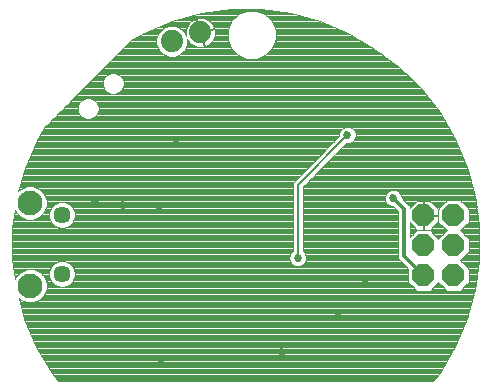
<source format=gbl>
G75*
%MOIN*%
%OFA0B0*%
%FSLAX25Y25*%
%IPPOS*%
%LPD*%
%AMOC8*
5,1,8,0,0,1.08239X$1,22.5*
%
%ADD10C,0.07400*%
%ADD11C,0.05709*%
%ADD12C,0.08268*%
%ADD13OC8,0.07400*%
%ADD14C,0.00394*%
%ADD15C,0.02700*%
%ADD16C,0.01200*%
%ADD17C,0.00600*%
D10*
X0059754Y0162983D03*
X0069312Y0165923D03*
D11*
X0023194Y0105144D03*
X0023194Y0085459D03*
D12*
X0012605Y0081524D03*
X0012559Y0109096D03*
D13*
X0143725Y0104976D03*
X0153725Y0104976D03*
X0153725Y0094976D03*
X0143725Y0094976D03*
X0143725Y0084976D03*
X0153725Y0084976D03*
D14*
X0021939Y0049720D02*
X0019837Y0052386D01*
X0014658Y0061146D01*
X0010695Y0070519D01*
X0008785Y0077523D01*
X0009472Y0076836D01*
X0011505Y0075994D01*
X0013705Y0075994D01*
X0015738Y0076836D01*
X0017294Y0078391D01*
X0018136Y0080424D01*
X0018136Y0082624D01*
X0017294Y0084657D01*
X0015738Y0086213D01*
X0013705Y0087055D01*
X0011505Y0087055D01*
X0009472Y0086213D01*
X0007916Y0084657D01*
X0007557Y0083790D01*
X0006673Y0090425D01*
X0006687Y0100601D01*
X0007529Y0106788D01*
X0007870Y0105963D01*
X0009426Y0104407D01*
X0011459Y0103565D01*
X0013659Y0103565D01*
X0015692Y0104407D01*
X0017248Y0105963D01*
X0018090Y0107995D01*
X0018090Y0110196D01*
X0017248Y0112228D01*
X0015692Y0113784D01*
X0013659Y0114626D01*
X0011459Y0114626D01*
X0009426Y0113784D01*
X0008718Y0113076D01*
X0010763Y0120496D01*
X0014752Y0129858D01*
X0017106Y0134135D01*
X0046261Y0163290D01*
X0050489Y0165639D01*
X0059746Y0169616D01*
X0069455Y0172309D01*
X0079439Y0173668D01*
X0089515Y0173668D01*
X0099499Y0172309D01*
X0109208Y0169616D01*
X0118466Y0165639D01*
X0122242Y0163540D01*
X0122243Y0163538D01*
X0122900Y0163173D01*
X0123544Y0162786D01*
X0123547Y0162787D01*
X0127318Y0160530D01*
X0135523Y0154431D01*
X0142846Y0147297D01*
X0149158Y0139254D01*
X0154347Y0130445D01*
X0158321Y0121025D01*
X0161011Y0111161D01*
X0162367Y0101028D01*
X0162367Y0090804D01*
X0161011Y0080671D01*
X0158321Y0070807D01*
X0154347Y0061387D01*
X0149158Y0052578D01*
X0146957Y0049774D01*
X0021939Y0049720D01*
X0021763Y0049943D02*
X0147090Y0049943D01*
X0147398Y0050335D02*
X0021454Y0050335D01*
X0021145Y0050727D02*
X0147706Y0050727D01*
X0148014Y0051120D02*
X0020835Y0051120D01*
X0020526Y0051512D02*
X0148322Y0051512D01*
X0148629Y0051904D02*
X0020217Y0051904D01*
X0019908Y0052296D02*
X0148937Y0052296D01*
X0149223Y0052689D02*
X0019658Y0052689D01*
X0019426Y0053081D02*
X0149454Y0053081D01*
X0149685Y0053473D02*
X0019194Y0053473D01*
X0018963Y0053865D02*
X0149916Y0053865D01*
X0150148Y0054257D02*
X0018731Y0054257D01*
X0018499Y0054650D02*
X0150379Y0054650D01*
X0150610Y0055042D02*
X0018267Y0055042D01*
X0018035Y0055434D02*
X0150841Y0055434D01*
X0151072Y0055826D02*
X0017803Y0055826D01*
X0017572Y0056218D02*
X0151303Y0056218D01*
X0151534Y0056611D02*
X0017340Y0056611D01*
X0017108Y0057003D02*
X0151765Y0057003D01*
X0151996Y0057395D02*
X0016876Y0057395D01*
X0016644Y0057787D02*
X0152227Y0057787D01*
X0152458Y0058179D02*
X0016412Y0058179D01*
X0016180Y0058572D02*
X0152689Y0058572D01*
X0152920Y0058964D02*
X0015949Y0058964D01*
X0015717Y0059356D02*
X0153151Y0059356D01*
X0153382Y0059748D02*
X0015485Y0059748D01*
X0015253Y0060141D02*
X0153613Y0060141D01*
X0153844Y0060533D02*
X0015021Y0060533D01*
X0014789Y0060925D02*
X0154075Y0060925D01*
X0154306Y0061317D02*
X0014586Y0061317D01*
X0014420Y0061709D02*
X0154483Y0061709D01*
X0154649Y0062102D02*
X0014255Y0062102D01*
X0014089Y0062494D02*
X0154814Y0062494D01*
X0154980Y0062886D02*
X0013923Y0062886D01*
X0013757Y0063278D02*
X0155145Y0063278D01*
X0155311Y0063670D02*
X0013591Y0063670D01*
X0013425Y0064063D02*
X0155476Y0064063D01*
X0155642Y0064455D02*
X0013259Y0064455D01*
X0013094Y0064847D02*
X0155807Y0064847D01*
X0155972Y0065239D02*
X0012928Y0065239D01*
X0012762Y0065632D02*
X0156138Y0065632D01*
X0156303Y0066024D02*
X0012596Y0066024D01*
X0012430Y0066416D02*
X0156469Y0066416D01*
X0156634Y0066808D02*
X0012264Y0066808D01*
X0012098Y0067200D02*
X0156800Y0067200D01*
X0156965Y0067593D02*
X0011933Y0067593D01*
X0011767Y0067985D02*
X0157131Y0067985D01*
X0157296Y0068377D02*
X0011601Y0068377D01*
X0011435Y0068769D02*
X0157462Y0068769D01*
X0157627Y0069161D02*
X0011269Y0069161D01*
X0011103Y0069554D02*
X0157793Y0069554D01*
X0157958Y0069946D02*
X0010937Y0069946D01*
X0010772Y0070338D02*
X0158124Y0070338D01*
X0158289Y0070730D02*
X0010637Y0070730D01*
X0010530Y0071122D02*
X0158408Y0071122D01*
X0158514Y0071515D02*
X0010423Y0071515D01*
X0010317Y0071907D02*
X0158621Y0071907D01*
X0158728Y0072299D02*
X0010210Y0072299D01*
X0010103Y0072691D02*
X0158835Y0072691D01*
X0158942Y0073084D02*
X0009996Y0073084D01*
X0009889Y0073476D02*
X0159049Y0073476D01*
X0159156Y0073868D02*
X0009782Y0073868D01*
X0009675Y0074260D02*
X0159263Y0074260D01*
X0159370Y0074652D02*
X0009568Y0074652D01*
X0009461Y0075045D02*
X0159477Y0075045D01*
X0159584Y0075437D02*
X0009354Y0075437D01*
X0009247Y0075829D02*
X0159691Y0075829D01*
X0159798Y0076221D02*
X0014255Y0076221D01*
X0015202Y0076613D02*
X0159905Y0076613D01*
X0160011Y0077006D02*
X0015908Y0077006D01*
X0016300Y0077398D02*
X0160118Y0077398D01*
X0160225Y0077790D02*
X0016693Y0077790D01*
X0017085Y0078182D02*
X0160332Y0078182D01*
X0160439Y0078575D02*
X0017370Y0078575D01*
X0017532Y0078967D02*
X0160546Y0078967D01*
X0160653Y0079359D02*
X0017695Y0079359D01*
X0017857Y0079751D02*
X0160760Y0079751D01*
X0160867Y0080143D02*
X0156101Y0080143D01*
X0155837Y0079879D02*
X0158822Y0082865D01*
X0158822Y0087087D01*
X0155933Y0089976D01*
X0158822Y0092865D01*
X0158822Y0097087D01*
X0155933Y0099976D01*
X0158822Y0102865D01*
X0158822Y0107087D01*
X0155837Y0110073D01*
X0151614Y0110073D01*
X0148629Y0107087D01*
X0148629Y0102865D01*
X0151517Y0099976D01*
X0148725Y0097184D01*
X0145837Y0100073D01*
X0141614Y0100073D01*
X0139131Y0097590D01*
X0139131Y0102645D01*
X0141697Y0100079D01*
X0143529Y0100079D01*
X0143529Y0104779D01*
X0143922Y0104779D01*
X0143922Y0100079D01*
X0145754Y0100079D01*
X0148622Y0102948D01*
X0148622Y0104779D01*
X0143922Y0104779D01*
X0143922Y0105173D01*
X0143529Y0105173D01*
X0143529Y0109873D01*
X0141697Y0109873D01*
X0139131Y0107308D01*
X0139131Y0108062D01*
X0137962Y0109232D01*
X0136437Y0110757D01*
X0136437Y0111226D01*
X0136018Y0112236D01*
X0135246Y0113008D01*
X0134236Y0113427D01*
X0133143Y0113427D01*
X0132134Y0113008D01*
X0131361Y0112236D01*
X0130943Y0111226D01*
X0130943Y0110133D01*
X0131361Y0109124D01*
X0132134Y0108351D01*
X0133143Y0107933D01*
X0133613Y0107933D01*
X0135138Y0106408D01*
X0135138Y0090660D01*
X0138669Y0087128D01*
X0138629Y0087087D01*
X0138629Y0082865D01*
X0141614Y0079879D01*
X0145837Y0079879D01*
X0148725Y0082768D01*
X0151614Y0079879D01*
X0155837Y0079879D01*
X0156493Y0080536D02*
X0160974Y0080536D01*
X0161045Y0080928D02*
X0156885Y0080928D01*
X0157277Y0081320D02*
X0161098Y0081320D01*
X0161150Y0081712D02*
X0157669Y0081712D01*
X0158062Y0082104D02*
X0161203Y0082104D01*
X0161255Y0082497D02*
X0158454Y0082497D01*
X0158822Y0082889D02*
X0161308Y0082889D01*
X0161360Y0083281D02*
X0158822Y0083281D01*
X0158822Y0083673D02*
X0161413Y0083673D01*
X0161465Y0084065D02*
X0158822Y0084065D01*
X0158822Y0084458D02*
X0161518Y0084458D01*
X0161570Y0084850D02*
X0158822Y0084850D01*
X0158822Y0085242D02*
X0161623Y0085242D01*
X0161675Y0085634D02*
X0158822Y0085634D01*
X0158822Y0086027D02*
X0161728Y0086027D01*
X0161780Y0086419D02*
X0158822Y0086419D01*
X0158822Y0086811D02*
X0161833Y0086811D01*
X0161885Y0087203D02*
X0158707Y0087203D01*
X0158314Y0087595D02*
X0161938Y0087595D01*
X0161990Y0087988D02*
X0157922Y0087988D01*
X0157530Y0088380D02*
X0162043Y0088380D01*
X0162095Y0088772D02*
X0157138Y0088772D01*
X0156746Y0089164D02*
X0162148Y0089164D01*
X0162200Y0089556D02*
X0156353Y0089556D01*
X0155961Y0089949D02*
X0162253Y0089949D01*
X0162305Y0090341D02*
X0156298Y0090341D01*
X0156690Y0090733D02*
X0162358Y0090733D01*
X0162367Y0091125D02*
X0157082Y0091125D01*
X0157475Y0091518D02*
X0162367Y0091518D01*
X0162367Y0091910D02*
X0157867Y0091910D01*
X0158259Y0092302D02*
X0162367Y0092302D01*
X0162367Y0092694D02*
X0158651Y0092694D01*
X0158822Y0093086D02*
X0162367Y0093086D01*
X0162367Y0093479D02*
X0158822Y0093479D01*
X0158822Y0093871D02*
X0162367Y0093871D01*
X0162367Y0094263D02*
X0158822Y0094263D01*
X0158822Y0094655D02*
X0162367Y0094655D01*
X0162367Y0095047D02*
X0158822Y0095047D01*
X0158822Y0095440D02*
X0162367Y0095440D01*
X0162367Y0095832D02*
X0158822Y0095832D01*
X0158822Y0096224D02*
X0162367Y0096224D01*
X0162367Y0096616D02*
X0158822Y0096616D01*
X0158822Y0097008D02*
X0162367Y0097008D01*
X0162367Y0097401D02*
X0158509Y0097401D01*
X0158117Y0097793D02*
X0162367Y0097793D01*
X0162367Y0098185D02*
X0157725Y0098185D01*
X0157332Y0098577D02*
X0162367Y0098577D01*
X0162367Y0098970D02*
X0156940Y0098970D01*
X0156548Y0099362D02*
X0162367Y0099362D01*
X0162367Y0099754D02*
X0156156Y0099754D01*
X0156103Y0100146D02*
X0162367Y0100146D01*
X0162367Y0100538D02*
X0156496Y0100538D01*
X0156888Y0100931D02*
X0162367Y0100931D01*
X0162328Y0101323D02*
X0157280Y0101323D01*
X0157672Y0101715D02*
X0162275Y0101715D01*
X0162223Y0102107D02*
X0158064Y0102107D01*
X0158457Y0102499D02*
X0162170Y0102499D01*
X0162118Y0102892D02*
X0158822Y0102892D01*
X0158822Y0103284D02*
X0162065Y0103284D01*
X0162013Y0103676D02*
X0158822Y0103676D01*
X0158822Y0104068D02*
X0161960Y0104068D01*
X0161908Y0104461D02*
X0158822Y0104461D01*
X0158822Y0104853D02*
X0161855Y0104853D01*
X0161803Y0105245D02*
X0158822Y0105245D01*
X0158822Y0105637D02*
X0161750Y0105637D01*
X0161698Y0106029D02*
X0158822Y0106029D01*
X0158822Y0106422D02*
X0161645Y0106422D01*
X0161593Y0106814D02*
X0158822Y0106814D01*
X0158704Y0107206D02*
X0161540Y0107206D01*
X0161488Y0107598D02*
X0158312Y0107598D01*
X0157919Y0107990D02*
X0161435Y0107990D01*
X0161383Y0108383D02*
X0157527Y0108383D01*
X0157135Y0108775D02*
X0161330Y0108775D01*
X0161278Y0109167D02*
X0156743Y0109167D01*
X0156351Y0109559D02*
X0161225Y0109559D01*
X0161173Y0109951D02*
X0155958Y0109951D01*
X0160485Y0113089D02*
X0135051Y0113089D01*
X0135557Y0112697D02*
X0160592Y0112697D01*
X0160699Y0112305D02*
X0135949Y0112305D01*
X0136152Y0111913D02*
X0160806Y0111913D01*
X0160913Y0111520D02*
X0136315Y0111520D01*
X0136437Y0111128D02*
X0161015Y0111128D01*
X0161068Y0110736D02*
X0136458Y0110736D01*
X0136850Y0110344D02*
X0161120Y0110344D01*
X0160378Y0113481D02*
X0103497Y0113481D01*
X0103497Y0113089D02*
X0132329Y0113089D01*
X0131822Y0112697D02*
X0103497Y0112697D01*
X0103497Y0112305D02*
X0131430Y0112305D01*
X0131227Y0111913D02*
X0103497Y0111913D01*
X0103497Y0111520D02*
X0131065Y0111520D01*
X0130943Y0111128D02*
X0103497Y0111128D01*
X0103497Y0110736D02*
X0130943Y0110736D01*
X0130943Y0110344D02*
X0103497Y0110344D01*
X0103497Y0109951D02*
X0131018Y0109951D01*
X0131181Y0109559D02*
X0103497Y0109559D01*
X0103497Y0109167D02*
X0131343Y0109167D01*
X0131710Y0108775D02*
X0103497Y0108775D01*
X0103497Y0108383D02*
X0132102Y0108383D01*
X0133005Y0107990D02*
X0103497Y0107990D01*
X0103497Y0107598D02*
X0133947Y0107598D01*
X0134340Y0107206D02*
X0103497Y0107206D01*
X0103497Y0106814D02*
X0134732Y0106814D01*
X0135124Y0106422D02*
X0103497Y0106422D01*
X0103497Y0106029D02*
X0135138Y0106029D01*
X0135138Y0105637D02*
X0103497Y0105637D01*
X0103497Y0105245D02*
X0135138Y0105245D01*
X0135138Y0104853D02*
X0103497Y0104853D01*
X0103497Y0104461D02*
X0135138Y0104461D01*
X0135138Y0104068D02*
X0103497Y0104068D01*
X0103497Y0103676D02*
X0135138Y0103676D01*
X0135138Y0103284D02*
X0103497Y0103284D01*
X0103497Y0102892D02*
X0135138Y0102892D01*
X0135138Y0102499D02*
X0103497Y0102499D01*
X0103497Y0102107D02*
X0135138Y0102107D01*
X0135138Y0101715D02*
X0103497Y0101715D01*
X0103497Y0101323D02*
X0135138Y0101323D01*
X0135138Y0100931D02*
X0103497Y0100931D01*
X0103497Y0100538D02*
X0135138Y0100538D01*
X0135138Y0100146D02*
X0103497Y0100146D01*
X0103497Y0099754D02*
X0135138Y0099754D01*
X0135138Y0099362D02*
X0103497Y0099362D01*
X0103497Y0098970D02*
X0135138Y0098970D01*
X0135138Y0098577D02*
X0103497Y0098577D01*
X0103497Y0098185D02*
X0135138Y0098185D01*
X0135138Y0097793D02*
X0103497Y0097793D01*
X0103497Y0097401D02*
X0135138Y0097401D01*
X0135138Y0097008D02*
X0103497Y0097008D01*
X0103497Y0096616D02*
X0135138Y0096616D01*
X0135138Y0096224D02*
X0103497Y0096224D01*
X0103497Y0095832D02*
X0135138Y0095832D01*
X0135138Y0095440D02*
X0103497Y0095440D01*
X0103497Y0095047D02*
X0135138Y0095047D01*
X0135138Y0094655D02*
X0103497Y0094655D01*
X0103497Y0094263D02*
X0135138Y0094263D01*
X0135138Y0093871D02*
X0103497Y0093871D01*
X0103497Y0093479D02*
X0135138Y0093479D01*
X0135138Y0093086D02*
X0103497Y0093086D01*
X0103497Y0092986D02*
X0103497Y0114504D01*
X0117988Y0128996D01*
X0118882Y0128996D01*
X0119891Y0129414D01*
X0120664Y0130187D01*
X0121082Y0131196D01*
X0121082Y0132289D01*
X0120664Y0133299D01*
X0119891Y0134071D01*
X0118882Y0134490D01*
X0117789Y0134490D01*
X0116779Y0134071D01*
X0116007Y0133299D01*
X0115589Y0132289D01*
X0115589Y0131396D01*
X0100103Y0115910D01*
X0100103Y0092986D01*
X0099471Y0092354D01*
X0099053Y0091344D01*
X0099053Y0090252D01*
X0099471Y0089242D01*
X0100244Y0088469D01*
X0101254Y0088051D01*
X0102346Y0088051D01*
X0103356Y0088469D01*
X0104129Y0089242D01*
X0104547Y0090252D01*
X0104547Y0091344D01*
X0104129Y0092354D01*
X0103497Y0092986D01*
X0103788Y0092694D02*
X0135138Y0092694D01*
X0135138Y0092302D02*
X0104150Y0092302D01*
X0104313Y0091910D02*
X0135138Y0091910D01*
X0135138Y0091518D02*
X0104475Y0091518D01*
X0104547Y0091125D02*
X0135138Y0091125D01*
X0135138Y0090733D02*
X0104547Y0090733D01*
X0104547Y0090341D02*
X0135457Y0090341D01*
X0135849Y0089949D02*
X0104421Y0089949D01*
X0104259Y0089556D02*
X0136241Y0089556D01*
X0136633Y0089164D02*
X0104051Y0089164D01*
X0103659Y0088772D02*
X0137026Y0088772D01*
X0137418Y0088380D02*
X0103140Y0088380D01*
X0100460Y0088380D02*
X0026285Y0088380D01*
X0025893Y0088772D02*
X0099941Y0088772D01*
X0099549Y0089164D02*
X0025357Y0089164D01*
X0025602Y0089063D02*
X0024040Y0089710D01*
X0022349Y0089710D01*
X0020786Y0089063D01*
X0019590Y0087867D01*
X0018943Y0086304D01*
X0018943Y0084613D01*
X0019590Y0083050D01*
X0020786Y0081855D01*
X0022349Y0081207D01*
X0024040Y0081207D01*
X0025602Y0081855D01*
X0026798Y0083050D01*
X0027445Y0084613D01*
X0027445Y0086304D01*
X0026798Y0087867D01*
X0025602Y0089063D01*
X0024410Y0089556D02*
X0099341Y0089556D01*
X0099179Y0089949D02*
X0006737Y0089949D01*
X0006685Y0090341D02*
X0099053Y0090341D01*
X0099053Y0090733D02*
X0006674Y0090733D01*
X0006674Y0091125D02*
X0099053Y0091125D01*
X0099125Y0091518D02*
X0006675Y0091518D01*
X0006675Y0091910D02*
X0099287Y0091910D01*
X0099450Y0092302D02*
X0006676Y0092302D01*
X0006676Y0092694D02*
X0099812Y0092694D01*
X0100103Y0093086D02*
X0006677Y0093086D01*
X0006678Y0093479D02*
X0100103Y0093479D01*
X0100103Y0093871D02*
X0006678Y0093871D01*
X0006679Y0094263D02*
X0100103Y0094263D01*
X0100103Y0094655D02*
X0006679Y0094655D01*
X0006680Y0095047D02*
X0100103Y0095047D01*
X0100103Y0095440D02*
X0006680Y0095440D01*
X0006681Y0095832D02*
X0100103Y0095832D01*
X0100103Y0096224D02*
X0006681Y0096224D01*
X0006682Y0096616D02*
X0100103Y0096616D01*
X0100103Y0097008D02*
X0006682Y0097008D01*
X0006683Y0097401D02*
X0100103Y0097401D01*
X0100103Y0097793D02*
X0006683Y0097793D01*
X0006684Y0098185D02*
X0100103Y0098185D01*
X0100103Y0098577D02*
X0006685Y0098577D01*
X0006685Y0098970D02*
X0100103Y0098970D01*
X0100103Y0099362D02*
X0006686Y0099362D01*
X0006686Y0099754D02*
X0100103Y0099754D01*
X0100103Y0100146D02*
X0006687Y0100146D01*
X0006687Y0100538D02*
X0100103Y0100538D01*
X0100103Y0100931D02*
X0024132Y0100931D01*
X0024040Y0100892D02*
X0025602Y0101540D01*
X0026798Y0102736D01*
X0027445Y0104298D01*
X0027445Y0105989D01*
X0026798Y0107552D01*
X0025602Y0108748D01*
X0024040Y0109395D01*
X0022349Y0109395D01*
X0020786Y0108748D01*
X0019590Y0107552D01*
X0018943Y0105989D01*
X0018943Y0104298D01*
X0019590Y0102736D01*
X0020786Y0101540D01*
X0022349Y0100892D01*
X0024040Y0100892D01*
X0025079Y0101323D02*
X0100103Y0101323D01*
X0100103Y0101715D02*
X0025778Y0101715D01*
X0026170Y0102107D02*
X0100103Y0102107D01*
X0100103Y0102499D02*
X0026562Y0102499D01*
X0026863Y0102892D02*
X0100103Y0102892D01*
X0100103Y0103284D02*
X0027025Y0103284D01*
X0027188Y0103676D02*
X0100103Y0103676D01*
X0100103Y0104068D02*
X0027350Y0104068D01*
X0027445Y0104461D02*
X0100103Y0104461D01*
X0100103Y0104853D02*
X0027445Y0104853D01*
X0027445Y0105245D02*
X0100103Y0105245D01*
X0100103Y0105637D02*
X0027445Y0105637D01*
X0027429Y0106029D02*
X0100103Y0106029D01*
X0100103Y0106422D02*
X0027266Y0106422D01*
X0027104Y0106814D02*
X0100103Y0106814D01*
X0100103Y0107206D02*
X0026941Y0107206D01*
X0026752Y0107598D02*
X0100103Y0107598D01*
X0100103Y0107990D02*
X0026359Y0107990D01*
X0025967Y0108383D02*
X0100103Y0108383D01*
X0100103Y0108775D02*
X0025536Y0108775D01*
X0024590Y0109167D02*
X0100103Y0109167D01*
X0100103Y0109559D02*
X0018090Y0109559D01*
X0018090Y0109167D02*
X0021799Y0109167D01*
X0020852Y0108775D02*
X0018090Y0108775D01*
X0018090Y0108383D02*
X0020421Y0108383D01*
X0020029Y0107990D02*
X0018088Y0107990D01*
X0017925Y0107598D02*
X0019637Y0107598D01*
X0019447Y0107206D02*
X0017763Y0107206D01*
X0017600Y0106814D02*
X0019285Y0106814D01*
X0019122Y0106422D02*
X0017438Y0106422D01*
X0017275Y0106029D02*
X0018960Y0106029D01*
X0018943Y0105637D02*
X0016922Y0105637D01*
X0016530Y0105245D02*
X0018943Y0105245D01*
X0018943Y0104853D02*
X0016138Y0104853D01*
X0015746Y0104461D02*
X0018943Y0104461D01*
X0019038Y0104068D02*
X0014875Y0104068D01*
X0013928Y0103676D02*
X0019201Y0103676D01*
X0019363Y0103284D02*
X0007052Y0103284D01*
X0007105Y0103676D02*
X0011190Y0103676D01*
X0010243Y0104068D02*
X0007159Y0104068D01*
X0007212Y0104461D02*
X0009373Y0104461D01*
X0008980Y0104853D02*
X0007265Y0104853D01*
X0007319Y0105245D02*
X0008588Y0105245D01*
X0008196Y0105637D02*
X0007372Y0105637D01*
X0007425Y0106029D02*
X0007843Y0106029D01*
X0007680Y0106422D02*
X0007479Y0106422D01*
X0006999Y0102892D02*
X0019526Y0102892D01*
X0019826Y0102499D02*
X0006945Y0102499D01*
X0006892Y0102107D02*
X0020218Y0102107D01*
X0020611Y0101715D02*
X0006839Y0101715D01*
X0006785Y0101323D02*
X0021310Y0101323D01*
X0022256Y0100931D02*
X0006732Y0100931D01*
X0008721Y0113089D02*
X0008731Y0113089D01*
X0008830Y0113481D02*
X0009123Y0113481D01*
X0008938Y0113874D02*
X0009642Y0113874D01*
X0009046Y0114266D02*
X0010589Y0114266D01*
X0009154Y0114658D02*
X0100103Y0114658D01*
X0100103Y0114266D02*
X0014529Y0114266D01*
X0015476Y0113874D02*
X0100103Y0113874D01*
X0100103Y0113481D02*
X0015995Y0113481D01*
X0016387Y0113089D02*
X0100103Y0113089D01*
X0100103Y0112697D02*
X0016779Y0112697D01*
X0017171Y0112305D02*
X0100103Y0112305D01*
X0100103Y0111913D02*
X0017379Y0111913D01*
X0017541Y0111520D02*
X0100103Y0111520D01*
X0100103Y0111128D02*
X0017704Y0111128D01*
X0017866Y0110736D02*
X0100103Y0110736D01*
X0100103Y0110344D02*
X0018029Y0110344D01*
X0018090Y0109951D02*
X0100103Y0109951D01*
X0100103Y0115050D02*
X0009262Y0115050D01*
X0009370Y0115442D02*
X0100103Y0115442D01*
X0100103Y0115835D02*
X0009478Y0115835D01*
X0009586Y0116227D02*
X0100420Y0116227D01*
X0100812Y0116619D02*
X0009694Y0116619D01*
X0009803Y0117011D02*
X0101204Y0117011D01*
X0101596Y0117404D02*
X0009911Y0117404D01*
X0010019Y0117796D02*
X0101989Y0117796D01*
X0102381Y0118188D02*
X0010127Y0118188D01*
X0010235Y0118580D02*
X0102773Y0118580D01*
X0103165Y0118972D02*
X0010343Y0118972D01*
X0010451Y0119365D02*
X0103558Y0119365D01*
X0103950Y0119757D02*
X0010559Y0119757D01*
X0010668Y0120149D02*
X0104342Y0120149D01*
X0104734Y0120541D02*
X0010783Y0120541D01*
X0010950Y0120933D02*
X0105126Y0120933D01*
X0105519Y0121326D02*
X0011117Y0121326D01*
X0011284Y0121718D02*
X0105911Y0121718D01*
X0106303Y0122110D02*
X0011451Y0122110D01*
X0011618Y0122502D02*
X0106695Y0122502D01*
X0107087Y0122894D02*
X0011785Y0122894D01*
X0011952Y0123287D02*
X0107480Y0123287D01*
X0107872Y0123679D02*
X0012119Y0123679D01*
X0012287Y0124071D02*
X0108264Y0124071D01*
X0108656Y0124463D02*
X0012454Y0124463D01*
X0012621Y0124856D02*
X0109048Y0124856D01*
X0109441Y0125248D02*
X0012788Y0125248D01*
X0012955Y0125640D02*
X0109833Y0125640D01*
X0110225Y0126032D02*
X0013122Y0126032D01*
X0013289Y0126424D02*
X0110617Y0126424D01*
X0111010Y0126817D02*
X0013456Y0126817D01*
X0013623Y0127209D02*
X0111402Y0127209D01*
X0111794Y0127601D02*
X0013791Y0127601D01*
X0013958Y0127993D02*
X0112186Y0127993D01*
X0112578Y0128385D02*
X0014125Y0128385D01*
X0014292Y0128778D02*
X0112971Y0128778D01*
X0113363Y0129170D02*
X0014459Y0129170D01*
X0014626Y0129562D02*
X0113755Y0129562D01*
X0114147Y0129954D02*
X0014805Y0129954D01*
X0015021Y0130347D02*
X0114539Y0130347D01*
X0114932Y0130739D02*
X0015237Y0130739D01*
X0015453Y0131131D02*
X0115324Y0131131D01*
X0115589Y0131523D02*
X0015669Y0131523D01*
X0015885Y0131915D02*
X0115589Y0131915D01*
X0115596Y0132308D02*
X0016101Y0132308D01*
X0016316Y0132700D02*
X0115759Y0132700D01*
X0115921Y0133092D02*
X0016532Y0133092D01*
X0016748Y0133484D02*
X0116192Y0133484D01*
X0116584Y0133876D02*
X0016964Y0133876D01*
X0017240Y0134269D02*
X0117256Y0134269D01*
X0119415Y0134269D02*
X0152095Y0134269D01*
X0151864Y0134661D02*
X0017632Y0134661D01*
X0018025Y0135053D02*
X0151633Y0135053D01*
X0151402Y0135445D02*
X0018417Y0135445D01*
X0018809Y0135837D02*
X0151171Y0135837D01*
X0150940Y0136230D02*
X0019201Y0136230D01*
X0019593Y0136622D02*
X0150709Y0136622D01*
X0150478Y0137014D02*
X0019986Y0137014D01*
X0020378Y0137406D02*
X0030553Y0137406D01*
X0029975Y0137646D02*
X0031250Y0137117D01*
X0032630Y0137117D01*
X0033905Y0137646D01*
X0034881Y0138621D01*
X0035409Y0139896D01*
X0035409Y0141276D01*
X0034881Y0142551D01*
X0033905Y0143526D01*
X0032630Y0144054D01*
X0031250Y0144054D01*
X0029975Y0143526D01*
X0029000Y0142551D01*
X0028472Y0141276D01*
X0028472Y0139896D01*
X0029000Y0138621D01*
X0029975Y0137646D01*
X0029822Y0137799D02*
X0020770Y0137799D01*
X0021162Y0138191D02*
X0029430Y0138191D01*
X0029038Y0138583D02*
X0021554Y0138583D01*
X0021947Y0138975D02*
X0028853Y0138975D01*
X0028691Y0139367D02*
X0022339Y0139367D01*
X0022731Y0139760D02*
X0028528Y0139760D01*
X0028472Y0140152D02*
X0023123Y0140152D01*
X0023516Y0140544D02*
X0028472Y0140544D01*
X0028472Y0140936D02*
X0023908Y0140936D01*
X0024300Y0141328D02*
X0028493Y0141328D01*
X0028656Y0141721D02*
X0024692Y0141721D01*
X0025084Y0142113D02*
X0028818Y0142113D01*
X0028981Y0142505D02*
X0025477Y0142505D01*
X0025869Y0142897D02*
X0029346Y0142897D01*
X0029738Y0143290D02*
X0026261Y0143290D01*
X0026653Y0143682D02*
X0030350Y0143682D01*
X0028222Y0145251D02*
X0144452Y0145251D01*
X0144144Y0145643D02*
X0041401Y0145643D01*
X0040982Y0145469D02*
X0039602Y0145469D01*
X0038327Y0145997D01*
X0037351Y0146973D01*
X0036823Y0148248D01*
X0036823Y0149628D01*
X0037351Y0150902D01*
X0038327Y0151878D01*
X0039602Y0152406D01*
X0040982Y0152406D01*
X0042257Y0151878D01*
X0043232Y0150902D01*
X0043760Y0149628D01*
X0043760Y0148248D01*
X0043232Y0146973D01*
X0042257Y0145997D01*
X0040982Y0145469D01*
X0042294Y0146035D02*
X0143837Y0146035D01*
X0143529Y0146427D02*
X0042687Y0146427D01*
X0043079Y0146819D02*
X0143221Y0146819D01*
X0142913Y0147212D02*
X0043331Y0147212D01*
X0043494Y0147604D02*
X0142531Y0147604D01*
X0142128Y0147996D02*
X0043656Y0147996D01*
X0043760Y0148388D02*
X0141726Y0148388D01*
X0141323Y0148780D02*
X0043760Y0148780D01*
X0043760Y0149173D02*
X0140921Y0149173D01*
X0140518Y0149565D02*
X0043760Y0149565D01*
X0043624Y0149957D02*
X0140115Y0149957D01*
X0139713Y0150349D02*
X0043461Y0150349D01*
X0043299Y0150742D02*
X0139310Y0150742D01*
X0138908Y0151134D02*
X0043001Y0151134D01*
X0042609Y0151526D02*
X0138505Y0151526D01*
X0138102Y0151918D02*
X0042160Y0151918D01*
X0041213Y0152310D02*
X0137700Y0152310D01*
X0137297Y0152703D02*
X0035674Y0152703D01*
X0036066Y0153095D02*
X0136894Y0153095D01*
X0136492Y0153487D02*
X0036459Y0153487D01*
X0036851Y0153879D02*
X0136089Y0153879D01*
X0135687Y0154271D02*
X0037243Y0154271D01*
X0037635Y0154664D02*
X0135210Y0154664D01*
X0134682Y0155056D02*
X0038027Y0155056D01*
X0038420Y0155448D02*
X0134155Y0155448D01*
X0133627Y0155840D02*
X0038812Y0155840D01*
X0039204Y0156233D02*
X0133099Y0156233D01*
X0132572Y0156625D02*
X0039596Y0156625D01*
X0039988Y0157017D02*
X0132044Y0157017D01*
X0131516Y0157409D02*
X0088683Y0157409D01*
X0088049Y0157146D02*
X0090988Y0158364D01*
X0093237Y0160613D01*
X0094454Y0163552D01*
X0094454Y0166733D01*
X0093237Y0169672D01*
X0090988Y0171921D01*
X0100898Y0171921D01*
X0102312Y0171529D02*
X0091380Y0171529D01*
X0090988Y0171921D02*
X0088049Y0173139D01*
X0084868Y0173139D01*
X0081929Y0171921D01*
X0068056Y0171921D01*
X0068165Y0170700D02*
X0068926Y0170820D01*
X0069697Y0170820D01*
X0070459Y0170700D01*
X0071192Y0170461D01*
X0071878Y0170112D01*
X0072502Y0169658D01*
X0073047Y0169113D01*
X0073500Y0168490D01*
X0073850Y0167803D01*
X0073932Y0167551D01*
X0069442Y0166169D01*
X0069558Y0165793D01*
X0074054Y0167176D01*
X0074088Y0167070D01*
X0074209Y0166309D01*
X0074209Y0165538D01*
X0074088Y0164777D01*
X0073850Y0164044D01*
X0073500Y0163357D01*
X0073047Y0162733D01*
X0072502Y0162188D01*
X0071878Y0161735D01*
X0071192Y0161385D01*
X0070939Y0161303D01*
X0069558Y0165793D01*
X0069182Y0165677D01*
X0070565Y0161182D01*
X0070459Y0161147D01*
X0069697Y0161027D01*
X0068926Y0161027D01*
X0068165Y0161147D01*
X0067432Y0161385D01*
X0066745Y0161735D01*
X0066122Y0162188D01*
X0065577Y0162733D01*
X0065124Y0163357D01*
X0064851Y0163893D01*
X0064851Y0161969D01*
X0064075Y0160096D01*
X0062641Y0158662D01*
X0060768Y0157886D01*
X0058740Y0157886D01*
X0056867Y0158662D01*
X0055433Y0160096D01*
X0054657Y0161969D01*
X0054657Y0163997D01*
X0055433Y0165870D01*
X0056867Y0167304D01*
X0058740Y0168080D01*
X0060768Y0168080D01*
X0062641Y0167304D01*
X0064075Y0165870D01*
X0064564Y0164689D01*
X0064536Y0164777D01*
X0064415Y0165538D01*
X0064415Y0166309D01*
X0064536Y0167070D01*
X0064774Y0167803D01*
X0065124Y0168490D01*
X0065577Y0169113D01*
X0066122Y0169658D01*
X0066745Y0170112D01*
X0067432Y0170461D01*
X0067685Y0170543D01*
X0069066Y0166054D01*
X0069442Y0166169D01*
X0068059Y0170665D01*
X0068165Y0170700D01*
X0068447Y0170744D02*
X0063813Y0170744D01*
X0062399Y0170352D02*
X0067218Y0170352D01*
X0067743Y0170352D02*
X0068155Y0170352D01*
X0068276Y0169960D02*
X0067864Y0169960D01*
X0067985Y0169568D02*
X0068397Y0169568D01*
X0068517Y0169176D02*
X0068105Y0169176D01*
X0068226Y0168783D02*
X0068638Y0168783D01*
X0068759Y0168391D02*
X0068347Y0168391D01*
X0068467Y0167999D02*
X0068879Y0167999D01*
X0069000Y0167607D02*
X0068588Y0167607D01*
X0068709Y0167214D02*
X0069121Y0167214D01*
X0069241Y0166822D02*
X0068829Y0166822D01*
X0068950Y0166430D02*
X0069362Y0166430D01*
X0069483Y0166038D02*
X0070353Y0166038D01*
X0070289Y0166430D02*
X0071628Y0166430D01*
X0071564Y0166822D02*
X0072903Y0166822D01*
X0072839Y0167214D02*
X0078662Y0167214D01*
X0078499Y0166822D02*
X0074127Y0166822D01*
X0074189Y0166430D02*
X0078462Y0166430D01*
X0078462Y0166733D02*
X0078462Y0163552D01*
X0079680Y0160613D01*
X0081929Y0158364D01*
X0084868Y0157146D01*
X0088049Y0157146D01*
X0089630Y0157801D02*
X0130989Y0157801D01*
X0130461Y0158194D02*
X0090577Y0158194D01*
X0091210Y0158586D02*
X0129934Y0158586D01*
X0129406Y0158978D02*
X0091602Y0158978D01*
X0091994Y0159370D02*
X0128878Y0159370D01*
X0128351Y0159762D02*
X0092387Y0159762D01*
X0092779Y0160155D02*
X0127823Y0160155D01*
X0127290Y0160547D02*
X0093171Y0160547D01*
X0093372Y0160939D02*
X0126635Y0160939D01*
X0125980Y0161331D02*
X0093535Y0161331D01*
X0093697Y0161723D02*
X0125324Y0161723D01*
X0124669Y0162116D02*
X0093860Y0162116D01*
X0094022Y0162508D02*
X0124014Y0162508D01*
X0123355Y0162900D02*
X0094184Y0162900D01*
X0094347Y0163292D02*
X0122686Y0163292D01*
X0121983Y0163685D02*
X0094454Y0163685D01*
X0094454Y0164077D02*
X0121277Y0164077D01*
X0120571Y0164469D02*
X0094454Y0164469D01*
X0094454Y0164861D02*
X0119866Y0164861D01*
X0119160Y0165253D02*
X0094454Y0165253D01*
X0094454Y0165646D02*
X0118451Y0165646D01*
X0117538Y0166038D02*
X0094454Y0166038D01*
X0094454Y0166430D02*
X0116625Y0166430D01*
X0115712Y0166822D02*
X0094418Y0166822D01*
X0094255Y0167214D02*
X0114799Y0167214D01*
X0113886Y0167607D02*
X0094093Y0167607D01*
X0093930Y0167999D02*
X0112973Y0167999D01*
X0112060Y0168391D02*
X0093768Y0168391D01*
X0093605Y0168783D02*
X0111147Y0168783D01*
X0110234Y0169176D02*
X0093443Y0169176D01*
X0093280Y0169568D02*
X0109322Y0169568D01*
X0107970Y0169960D02*
X0092949Y0169960D01*
X0092557Y0170352D02*
X0106555Y0170352D01*
X0105141Y0170744D02*
X0092165Y0170744D01*
X0091772Y0171137D02*
X0103727Y0171137D01*
X0099468Y0172313D02*
X0090041Y0172313D01*
X0089095Y0172705D02*
X0096587Y0172705D01*
X0093705Y0173098D02*
X0088148Y0173098D01*
X0090823Y0173490D02*
X0078132Y0173490D01*
X0075250Y0173098D02*
X0084769Y0173098D01*
X0083822Y0172705D02*
X0072368Y0172705D01*
X0069486Y0172313D02*
X0082875Y0172313D01*
X0081929Y0171921D02*
X0079680Y0169672D01*
X0078462Y0166733D01*
X0078462Y0166038D02*
X0074209Y0166038D01*
X0074209Y0165646D02*
X0078462Y0165646D01*
X0078462Y0165253D02*
X0074164Y0165253D01*
X0074101Y0164861D02*
X0078462Y0164861D01*
X0078462Y0164469D02*
X0073988Y0164469D01*
X0073861Y0164077D02*
X0078462Y0164077D01*
X0078462Y0163685D02*
X0073667Y0163685D01*
X0073453Y0163292D02*
X0078570Y0163292D01*
X0078732Y0162900D02*
X0073168Y0162900D01*
X0072822Y0162508D02*
X0078895Y0162508D01*
X0079057Y0162116D02*
X0072402Y0162116D01*
X0071855Y0161723D02*
X0079220Y0161723D01*
X0079382Y0161331D02*
X0071025Y0161331D01*
X0070930Y0161331D02*
X0070519Y0161331D01*
X0070398Y0161723D02*
X0070810Y0161723D01*
X0070689Y0162116D02*
X0070277Y0162116D01*
X0070157Y0162508D02*
X0070568Y0162508D01*
X0070448Y0162900D02*
X0070036Y0162900D01*
X0069915Y0163292D02*
X0070327Y0163292D01*
X0070207Y0163685D02*
X0069795Y0163685D01*
X0069674Y0164077D02*
X0070086Y0164077D01*
X0069965Y0164469D02*
X0069553Y0164469D01*
X0069433Y0164861D02*
X0069845Y0164861D01*
X0069724Y0165253D02*
X0069312Y0165253D01*
X0069191Y0165646D02*
X0069603Y0165646D01*
X0073914Y0167607D02*
X0078824Y0167607D01*
X0078987Y0167999D02*
X0073750Y0167999D01*
X0073550Y0168391D02*
X0079149Y0168391D01*
X0079312Y0168783D02*
X0073287Y0168783D01*
X0072985Y0169176D02*
X0079474Y0169176D01*
X0079637Y0169568D02*
X0072593Y0169568D01*
X0072087Y0169960D02*
X0079968Y0169960D01*
X0080360Y0170352D02*
X0071406Y0170352D01*
X0070176Y0170744D02*
X0080752Y0170744D01*
X0081144Y0171137D02*
X0065228Y0171137D01*
X0066642Y0171529D02*
X0081537Y0171529D01*
X0079545Y0160939D02*
X0064424Y0160939D01*
X0064262Y0160547D02*
X0079746Y0160547D01*
X0080138Y0160155D02*
X0064099Y0160155D01*
X0063741Y0159762D02*
X0080530Y0159762D01*
X0080923Y0159370D02*
X0063349Y0159370D01*
X0062957Y0158978D02*
X0081315Y0158978D01*
X0081707Y0158586D02*
X0062457Y0158586D01*
X0061510Y0158194D02*
X0082340Y0158194D01*
X0083287Y0157801D02*
X0040773Y0157801D01*
X0040381Y0157409D02*
X0084234Y0157409D01*
X0067598Y0161331D02*
X0064587Y0161331D01*
X0064749Y0161723D02*
X0066768Y0161723D01*
X0066222Y0162116D02*
X0064851Y0162116D01*
X0064851Y0162508D02*
X0065802Y0162508D01*
X0065456Y0162900D02*
X0064851Y0162900D01*
X0064851Y0163292D02*
X0065171Y0163292D01*
X0064957Y0163685D02*
X0064851Y0163685D01*
X0064522Y0164861D02*
X0064493Y0164861D01*
X0064460Y0165253D02*
X0064330Y0165253D01*
X0064415Y0165646D02*
X0064168Y0165646D01*
X0064415Y0166038D02*
X0063907Y0166038D01*
X0063515Y0166430D02*
X0064434Y0166430D01*
X0064496Y0166822D02*
X0063123Y0166822D01*
X0062730Y0167214D02*
X0064582Y0167214D01*
X0064710Y0167607D02*
X0061910Y0167607D01*
X0060963Y0167999D02*
X0064873Y0167999D01*
X0065073Y0168391D02*
X0056894Y0168391D01*
X0055981Y0167999D02*
X0058545Y0167999D01*
X0057598Y0167607D02*
X0055068Y0167607D01*
X0054155Y0167214D02*
X0056777Y0167214D01*
X0056385Y0166822D02*
X0053242Y0166822D01*
X0052330Y0166430D02*
X0055993Y0166430D01*
X0055601Y0166038D02*
X0051417Y0166038D01*
X0050504Y0165646D02*
X0055340Y0165646D01*
X0055178Y0165253D02*
X0049795Y0165253D01*
X0049089Y0164861D02*
X0055015Y0164861D01*
X0054853Y0164469D02*
X0048383Y0164469D01*
X0047677Y0164077D02*
X0054690Y0164077D01*
X0054657Y0163685D02*
X0046971Y0163685D01*
X0046266Y0163292D02*
X0054657Y0163292D01*
X0054657Y0162900D02*
X0045872Y0162900D01*
X0045479Y0162508D02*
X0054657Y0162508D01*
X0054657Y0162116D02*
X0045087Y0162116D01*
X0044695Y0161723D02*
X0054759Y0161723D01*
X0054921Y0161331D02*
X0044303Y0161331D01*
X0043911Y0160939D02*
X0055084Y0160939D01*
X0055246Y0160547D02*
X0043518Y0160547D01*
X0043126Y0160155D02*
X0055409Y0160155D01*
X0055766Y0159762D02*
X0042734Y0159762D01*
X0042342Y0159370D02*
X0056159Y0159370D01*
X0056551Y0158978D02*
X0041950Y0158978D01*
X0041557Y0158586D02*
X0057051Y0158586D01*
X0057998Y0158194D02*
X0041165Y0158194D01*
X0039371Y0152310D02*
X0035282Y0152310D01*
X0034890Y0151918D02*
X0038424Y0151918D01*
X0037975Y0151526D02*
X0034497Y0151526D01*
X0034105Y0151134D02*
X0037583Y0151134D01*
X0037285Y0150742D02*
X0033713Y0150742D01*
X0033321Y0150349D02*
X0037122Y0150349D01*
X0036960Y0149957D02*
X0032929Y0149957D01*
X0032536Y0149565D02*
X0036823Y0149565D01*
X0036823Y0149173D02*
X0032144Y0149173D01*
X0031752Y0148780D02*
X0036823Y0148780D01*
X0036823Y0148388D02*
X0031360Y0148388D01*
X0030968Y0147996D02*
X0036928Y0147996D01*
X0037090Y0147604D02*
X0030575Y0147604D01*
X0030183Y0147212D02*
X0037252Y0147212D01*
X0037505Y0146819D02*
X0029791Y0146819D01*
X0029399Y0146427D02*
X0037897Y0146427D01*
X0038289Y0146035D02*
X0029007Y0146035D01*
X0028614Y0145643D02*
X0039183Y0145643D01*
X0034900Y0142505D02*
X0146607Y0142505D01*
X0146915Y0142113D02*
X0035062Y0142113D01*
X0035224Y0141721D02*
X0147222Y0141721D01*
X0147530Y0141328D02*
X0035387Y0141328D01*
X0035409Y0140936D02*
X0147838Y0140936D01*
X0148146Y0140544D02*
X0035409Y0140544D01*
X0035409Y0140152D02*
X0148454Y0140152D01*
X0148762Y0139760D02*
X0035352Y0139760D01*
X0035190Y0139367D02*
X0149069Y0139367D01*
X0149323Y0138975D02*
X0035027Y0138975D01*
X0034842Y0138583D02*
X0149554Y0138583D01*
X0149785Y0138191D02*
X0034450Y0138191D01*
X0034058Y0137799D02*
X0150016Y0137799D01*
X0150247Y0137406D02*
X0033327Y0137406D01*
X0034534Y0142897D02*
X0146299Y0142897D01*
X0145991Y0143290D02*
X0034142Y0143290D01*
X0033530Y0143682D02*
X0145683Y0143682D01*
X0145376Y0144074D02*
X0027045Y0144074D01*
X0027438Y0144466D02*
X0145068Y0144466D01*
X0144760Y0144858D02*
X0027830Y0144858D01*
X0057807Y0168783D02*
X0065337Y0168783D01*
X0065639Y0169176D02*
X0058720Y0169176D01*
X0059633Y0169568D02*
X0066031Y0169568D01*
X0066537Y0169960D02*
X0060985Y0169960D01*
X0109534Y0120541D02*
X0158453Y0120541D01*
X0158560Y0120149D02*
X0109141Y0120149D01*
X0108749Y0119757D02*
X0158667Y0119757D01*
X0158774Y0119365D02*
X0108357Y0119365D01*
X0107965Y0118972D02*
X0158881Y0118972D01*
X0158988Y0118580D02*
X0107573Y0118580D01*
X0107180Y0118188D02*
X0159095Y0118188D01*
X0159202Y0117796D02*
X0106788Y0117796D01*
X0106396Y0117404D02*
X0159309Y0117404D01*
X0159416Y0117011D02*
X0106004Y0117011D01*
X0105611Y0116619D02*
X0159523Y0116619D01*
X0159630Y0116227D02*
X0105219Y0116227D01*
X0104827Y0115835D02*
X0159737Y0115835D01*
X0159843Y0115442D02*
X0104435Y0115442D01*
X0104043Y0115050D02*
X0159950Y0115050D01*
X0160057Y0114658D02*
X0103650Y0114658D01*
X0103497Y0114266D02*
X0160164Y0114266D01*
X0160271Y0113874D02*
X0103497Y0113874D01*
X0109926Y0120933D02*
X0158346Y0120933D01*
X0158195Y0121326D02*
X0110318Y0121326D01*
X0110710Y0121718D02*
X0158029Y0121718D01*
X0157864Y0122110D02*
X0111102Y0122110D01*
X0111495Y0122502D02*
X0157698Y0122502D01*
X0157533Y0122894D02*
X0111887Y0122894D01*
X0112279Y0123287D02*
X0157367Y0123287D01*
X0157202Y0123679D02*
X0112671Y0123679D01*
X0113063Y0124071D02*
X0157036Y0124071D01*
X0156871Y0124463D02*
X0113456Y0124463D01*
X0113848Y0124856D02*
X0156705Y0124856D01*
X0156540Y0125248D02*
X0114240Y0125248D01*
X0114632Y0125640D02*
X0156374Y0125640D01*
X0156209Y0126032D02*
X0115025Y0126032D01*
X0115417Y0126424D02*
X0156043Y0126424D01*
X0155878Y0126817D02*
X0115809Y0126817D01*
X0116201Y0127209D02*
X0155713Y0127209D01*
X0155547Y0127601D02*
X0116593Y0127601D01*
X0116986Y0127993D02*
X0155382Y0127993D01*
X0155216Y0128385D02*
X0117378Y0128385D01*
X0117770Y0128778D02*
X0155051Y0128778D01*
X0154885Y0129170D02*
X0119302Y0129170D01*
X0120039Y0129562D02*
X0154720Y0129562D01*
X0154554Y0129954D02*
X0120432Y0129954D01*
X0120730Y0130347D02*
X0154389Y0130347D01*
X0154174Y0130739D02*
X0120893Y0130739D01*
X0121055Y0131131D02*
X0153943Y0131131D01*
X0153712Y0131523D02*
X0121082Y0131523D01*
X0121082Y0131915D02*
X0153481Y0131915D01*
X0153250Y0132308D02*
X0121075Y0132308D01*
X0120912Y0132700D02*
X0153019Y0132700D01*
X0152788Y0133092D02*
X0120750Y0133092D01*
X0120479Y0133484D02*
X0152557Y0133484D01*
X0152326Y0133876D02*
X0120086Y0133876D01*
X0137242Y0109951D02*
X0151493Y0109951D01*
X0151100Y0109559D02*
X0146068Y0109559D01*
X0145754Y0109873D02*
X0143922Y0109873D01*
X0143922Y0105173D01*
X0148622Y0105173D01*
X0148622Y0107005D01*
X0145754Y0109873D01*
X0146460Y0109167D02*
X0150708Y0109167D01*
X0150316Y0108775D02*
X0146852Y0108775D01*
X0147244Y0108383D02*
X0149924Y0108383D01*
X0149532Y0107990D02*
X0147637Y0107990D01*
X0148029Y0107598D02*
X0149139Y0107598D01*
X0148747Y0107206D02*
X0148421Y0107206D01*
X0148622Y0106814D02*
X0148629Y0106814D01*
X0148622Y0106422D02*
X0148629Y0106422D01*
X0148622Y0106029D02*
X0148629Y0106029D01*
X0148622Y0105637D02*
X0148629Y0105637D01*
X0148622Y0105245D02*
X0148629Y0105245D01*
X0148629Y0104853D02*
X0143922Y0104853D01*
X0143922Y0105245D02*
X0143529Y0105245D01*
X0143529Y0105637D02*
X0143922Y0105637D01*
X0143922Y0106029D02*
X0143529Y0106029D01*
X0143529Y0106422D02*
X0143922Y0106422D01*
X0143922Y0106814D02*
X0143529Y0106814D01*
X0143529Y0107206D02*
X0143922Y0107206D01*
X0143922Y0107598D02*
X0143529Y0107598D01*
X0143529Y0107990D02*
X0143922Y0107990D01*
X0143922Y0108383D02*
X0143529Y0108383D01*
X0143529Y0108775D02*
X0143922Y0108775D01*
X0143922Y0109167D02*
X0143529Y0109167D01*
X0143529Y0109559D02*
X0143922Y0109559D01*
X0141383Y0109559D02*
X0137634Y0109559D01*
X0138026Y0109167D02*
X0140991Y0109167D01*
X0140599Y0108775D02*
X0138419Y0108775D01*
X0138811Y0108383D02*
X0140207Y0108383D01*
X0139814Y0107990D02*
X0139131Y0107990D01*
X0139131Y0107598D02*
X0139422Y0107598D01*
X0139277Y0102499D02*
X0139131Y0102499D01*
X0139131Y0102107D02*
X0139669Y0102107D01*
X0140062Y0101715D02*
X0139131Y0101715D01*
X0139131Y0101323D02*
X0140454Y0101323D01*
X0140846Y0100931D02*
X0139131Y0100931D01*
X0139131Y0100538D02*
X0141238Y0100538D01*
X0141630Y0100146D02*
X0139131Y0100146D01*
X0139131Y0099754D02*
X0141295Y0099754D01*
X0140903Y0099362D02*
X0139131Y0099362D01*
X0139131Y0098970D02*
X0140511Y0098970D01*
X0140118Y0098577D02*
X0139131Y0098577D01*
X0139131Y0098185D02*
X0139726Y0098185D01*
X0139334Y0097793D02*
X0139131Y0097793D01*
X0143529Y0100146D02*
X0143922Y0100146D01*
X0143922Y0100538D02*
X0143529Y0100538D01*
X0143529Y0100931D02*
X0143922Y0100931D01*
X0143922Y0101323D02*
X0143529Y0101323D01*
X0143529Y0101715D02*
X0143922Y0101715D01*
X0143922Y0102107D02*
X0143529Y0102107D01*
X0143529Y0102499D02*
X0143922Y0102499D01*
X0143922Y0102892D02*
X0143529Y0102892D01*
X0143529Y0103284D02*
X0143922Y0103284D01*
X0143922Y0103676D02*
X0143529Y0103676D01*
X0143529Y0104068D02*
X0143922Y0104068D01*
X0143922Y0104461D02*
X0143529Y0104461D01*
X0146605Y0100931D02*
X0150563Y0100931D01*
X0150171Y0101323D02*
X0146997Y0101323D01*
X0147389Y0101715D02*
X0149779Y0101715D01*
X0149386Y0102107D02*
X0147782Y0102107D01*
X0148174Y0102499D02*
X0148994Y0102499D01*
X0148629Y0102892D02*
X0148566Y0102892D01*
X0148622Y0103284D02*
X0148629Y0103284D01*
X0148622Y0103676D02*
X0148629Y0103676D01*
X0148622Y0104068D02*
X0148629Y0104068D01*
X0148622Y0104461D02*
X0148629Y0104461D01*
X0150955Y0100538D02*
X0146213Y0100538D01*
X0145821Y0100146D02*
X0151348Y0100146D01*
X0151295Y0099754D02*
X0146156Y0099754D01*
X0146548Y0099362D02*
X0150903Y0099362D01*
X0150511Y0098970D02*
X0146940Y0098970D01*
X0147332Y0098577D02*
X0150118Y0098577D01*
X0149726Y0098185D02*
X0147725Y0098185D01*
X0148117Y0097793D02*
X0149334Y0097793D01*
X0148942Y0097401D02*
X0148509Y0097401D01*
X0138594Y0087203D02*
X0027073Y0087203D01*
X0027235Y0086811D02*
X0138629Y0086811D01*
X0138629Y0086419D02*
X0027398Y0086419D01*
X0027445Y0086027D02*
X0138629Y0086027D01*
X0138629Y0085634D02*
X0027445Y0085634D01*
X0027445Y0085242D02*
X0138629Y0085242D01*
X0138629Y0084850D02*
X0027445Y0084850D01*
X0027381Y0084458D02*
X0138629Y0084458D01*
X0138629Y0084065D02*
X0027219Y0084065D01*
X0027056Y0083673D02*
X0138629Y0083673D01*
X0138629Y0083281D02*
X0026894Y0083281D01*
X0026637Y0082889D02*
X0138629Y0082889D01*
X0138997Y0082497D02*
X0026244Y0082497D01*
X0025852Y0082104D02*
X0139389Y0082104D01*
X0139782Y0081712D02*
X0025258Y0081712D01*
X0024312Y0081320D02*
X0140174Y0081320D01*
X0140566Y0080928D02*
X0018136Y0080928D01*
X0018136Y0081320D02*
X0022077Y0081320D01*
X0021130Y0081712D02*
X0018136Y0081712D01*
X0018136Y0082104D02*
X0020536Y0082104D01*
X0020144Y0082497D02*
X0018136Y0082497D01*
X0018026Y0082889D02*
X0019752Y0082889D01*
X0019495Y0083281D02*
X0017864Y0083281D01*
X0017701Y0083673D02*
X0019332Y0083673D01*
X0019170Y0084065D02*
X0017539Y0084065D01*
X0017376Y0084458D02*
X0019007Y0084458D01*
X0018943Y0084850D02*
X0017101Y0084850D01*
X0016709Y0085242D02*
X0018943Y0085242D01*
X0018943Y0085634D02*
X0016317Y0085634D01*
X0015924Y0086027D02*
X0018943Y0086027D01*
X0018990Y0086419D02*
X0015241Y0086419D01*
X0014294Y0086811D02*
X0019153Y0086811D01*
X0019315Y0087203D02*
X0007103Y0087203D01*
X0007155Y0086811D02*
X0010916Y0086811D01*
X0009969Y0086419D02*
X0007207Y0086419D01*
X0007259Y0086027D02*
X0009286Y0086027D01*
X0008894Y0085634D02*
X0007312Y0085634D01*
X0007364Y0085242D02*
X0008501Y0085242D01*
X0008109Y0084850D02*
X0007416Y0084850D01*
X0007468Y0084458D02*
X0007834Y0084458D01*
X0007671Y0084065D02*
X0007521Y0084065D01*
X0007050Y0087595D02*
X0019478Y0087595D01*
X0019711Y0087988D02*
X0006998Y0087988D01*
X0006946Y0088380D02*
X0020103Y0088380D01*
X0020496Y0088772D02*
X0006894Y0088772D01*
X0006841Y0089164D02*
X0021032Y0089164D01*
X0021978Y0089556D02*
X0006789Y0089556D01*
X0008819Y0077398D02*
X0008910Y0077398D01*
X0008926Y0077006D02*
X0009302Y0077006D01*
X0009033Y0076613D02*
X0010008Y0076613D01*
X0009140Y0076221D02*
X0010955Y0076221D01*
X0018020Y0080143D02*
X0141350Y0080143D01*
X0140958Y0080536D02*
X0018136Y0080536D01*
X0026911Y0087595D02*
X0138202Y0087595D01*
X0137810Y0087988D02*
X0026677Y0087988D01*
X0146101Y0080143D02*
X0151350Y0080143D01*
X0150958Y0080536D02*
X0146493Y0080536D01*
X0146885Y0080928D02*
X0150566Y0080928D01*
X0150174Y0081320D02*
X0147277Y0081320D01*
X0147669Y0081712D02*
X0149782Y0081712D01*
X0149389Y0082104D02*
X0148062Y0082104D01*
X0148454Y0082497D02*
X0148997Y0082497D01*
D15*
X0124241Y0082530D03*
X0115186Y0071113D03*
X0096682Y0059302D03*
X0101800Y0090798D03*
X0133690Y0110680D03*
X0118335Y0131743D03*
X0061249Y0128593D03*
X0043532Y0108514D03*
X0034083Y0109302D03*
X0055737Y0107727D03*
X0056131Y0055759D03*
D16*
X0133690Y0110680D02*
X0137135Y0107235D01*
X0137135Y0091487D01*
X0143532Y0085089D01*
X0143725Y0084976D01*
D17*
X0101800Y0090798D02*
X0101800Y0115207D01*
X0118335Y0131743D01*
M02*

</source>
